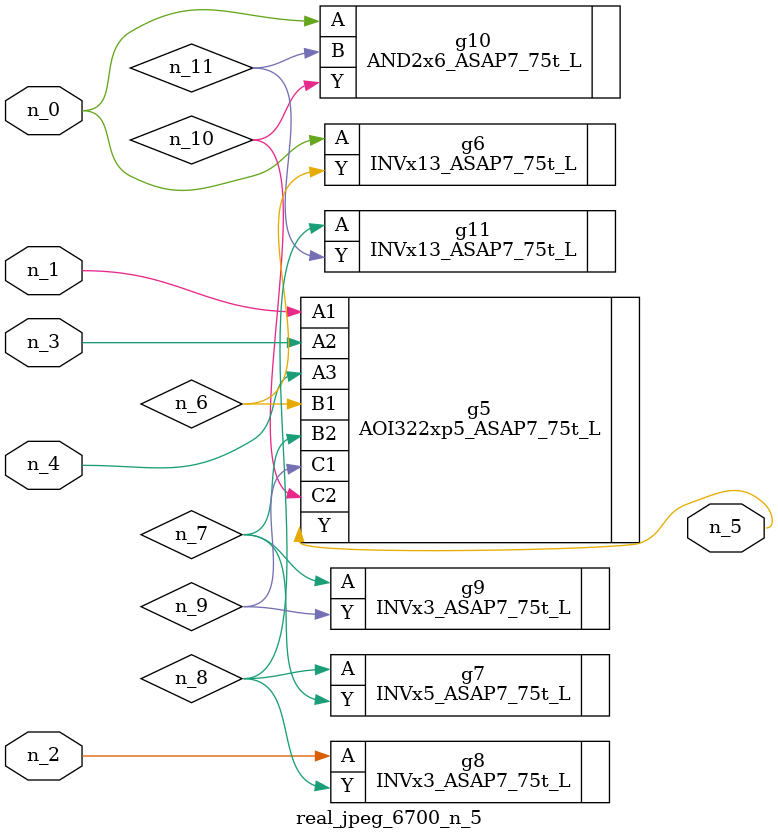
<source format=v>
module real_jpeg_6700_n_5 (n_4, n_0, n_1, n_2, n_3, n_5);

input n_4;
input n_0;
input n_1;
input n_2;
input n_3;

output n_5;

wire n_8;
wire n_11;
wire n_6;
wire n_7;
wire n_10;
wire n_9;

INVx13_ASAP7_75t_L g6 ( 
.A(n_0),
.Y(n_6)
);

AND2x6_ASAP7_75t_L g10 ( 
.A(n_0),
.B(n_11),
.Y(n_10)
);

AOI322xp5_ASAP7_75t_L g5 ( 
.A1(n_1),
.A2(n_3),
.A3(n_4),
.B1(n_6),
.B2(n_7),
.C1(n_9),
.C2(n_10),
.Y(n_5)
);

INVx3_ASAP7_75t_L g8 ( 
.A(n_2),
.Y(n_8)
);

INVx3_ASAP7_75t_L g9 ( 
.A(n_7),
.Y(n_9)
);

INVx5_ASAP7_75t_L g7 ( 
.A(n_8),
.Y(n_7)
);

INVx13_ASAP7_75t_L g11 ( 
.A(n_8),
.Y(n_11)
);


endmodule
</source>
